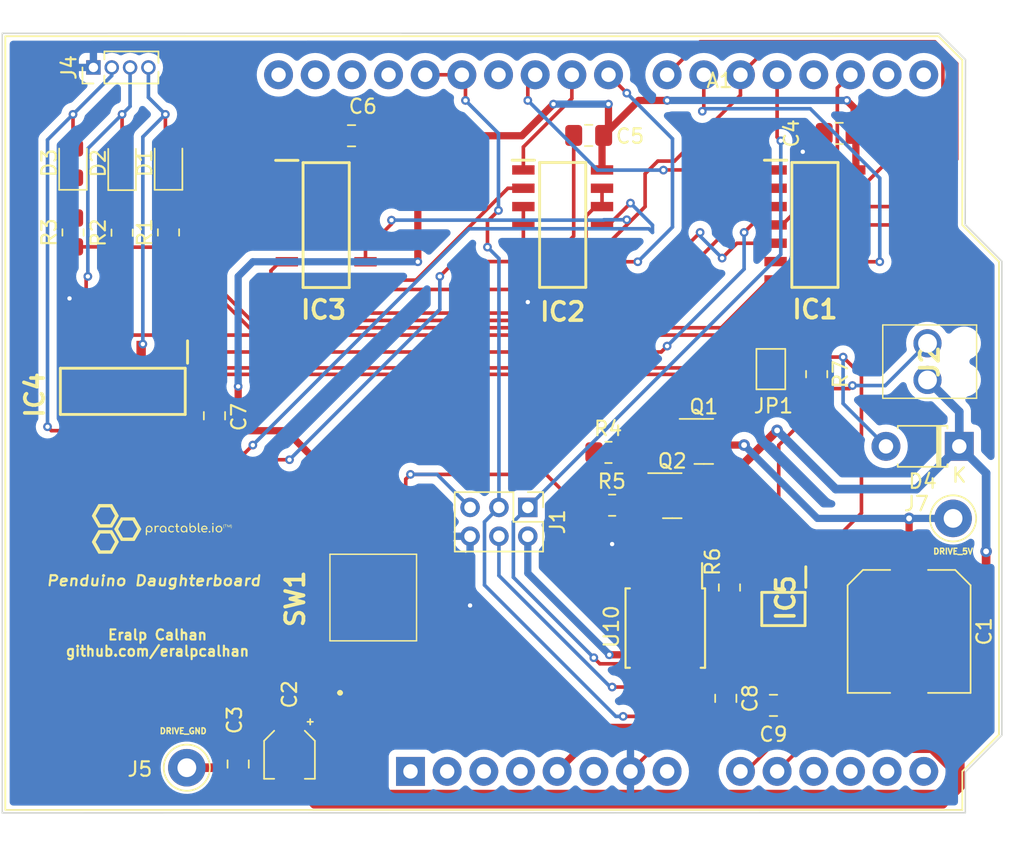
<source format=kicad_pcb>
(kicad_pcb (version 20211014) (generator pcbnew)
  (title_block (title "Driver Daughterboard") (date "2022-06-15") (rev "0"))
  (layers (0 "F.Cu" signal) (31 "B.Cu" signal) (34 "B.Paste" user) (35 "F.Paste" user) (36 "B.SilkS" user "B.Silkscreen") (37 "F.SilkS" user "F.Silkscreen") (38 "B.Mask" user) (39 "F.Mask" user) (44 "Edge.Cuts" user))
  (net 0 "")
  (net 1 "Net-(D1-Pad1)")
  (net 2 "OR_OUT_1")
  (net 3 "Net-(D2-Pad1)")
  (net 4 "OR_OUT_2")
  (net 5 "Net-(D3-Pad1)")
  (net 6 "OR_OUT_3")
  (net 7 "SUP_LED_1")
  (net 8 "INV_1")
  (net 9 "AND_SUP_LED_1")
  (net 10 "SUP_LED_2")
  (net 11 "INV_2")
  (net 12 "AND_SUP_LED_2")
  (net 13 "AND_STU_LED_1")
  (net 14 "STU_LED_1")
  (net 15 "AND_STU_LED_2")
  (net 16 "STU_LED_2")
  (net 17 "SUP_LED_3")
  (net 18 "INV_3")
  (net 19 "Net-(IC2-Pad3)")
  (net 20 "AND_SUP_LED_3")
  (net 21 "Net-(IC2-Pad12)")
  (net 22 "STU_LED_3")
  (net 23 "AND_STU_LED_3")
  (net 30 "Net-(J1-Pad4)")
  (net 31 "Net-(Q1-Pad2)")
  (net 32 "LOAD_MCU")
  (net 51 "Net-(J1-Pad5)")
  (net 52 "DRIVE_MCU")
  (net 53 "STUDENT_ENABLE")
  (net 54 "Net-(Q2-Pad2)")
  (net 55 "D_5V")
  (net 56 "D_GND")
  (net 57 "CURRENT_SENSE_OUT")
  (net 58 "LOAD_INPUT")
  (net 59 "DRIVE_INPUT")
  (net 60 "DRIVE_5V")
  (net 61 "DRIVE_GND")
  (net 62 "Net-(IC5-Pad6)")
  (net 63 "Net-(IC5-Pad3)")
  (net 66 "CURRENT_SIGN_OUT")
  (net 67 "Net-(IC5-Pad1)")
  (footprint "Resistor_SMD:R_0805_2012Metric_Pad1.20x1.40mm_HandSolder" (layer "F.Cu") (at 96 68.58 90)
    (fp_text reference "R3")
    (fp_text value "120")
  )
  (footprint "Package_TO_SOT_SMD:SOT-23" (layer "F.Cu") (at 137.5156 86.8172)
    (fp_text reference "Q2")
    (fp_text value "BC547")
  )
  (footprint "Connector_PinHeader_1.27mm:PinHeader_1x04_P1.27mm_Vertical" (layer "F.Cu") (at 97.414 57.15 90)
    (fp_text reference "J4")
    (fp_text value "Conn_01x04")
  )
  (footprint "ICPINS:SOIC127P600X175-14N" (layer "F.Cu") (at 113.538 68.072)
    (fp_text reference "IC3")
    (fp_text value "NAND (Used as Inverter)" hide)
  )
  (footprint "ICPINS:SOIC127P600X175-14N" (layer "F.Cu") (at 129.925 68.06)
    (fp_text reference "IC2")
    (fp_text value "NAND (Used as AND)" hide)
  )
  (footprint "NetTie:NetTie-2_SMD_Pad0.5mm" (layer "F.Cu") (at 144.78 99.06 90)
    (fp_text reference "NT1" hide)
    (fp_text value "NetTie_2")
  )
  (footprint "Capacitor_SMD:C_0805_2012Metric_Pad1.18x1.45mm_HandSolder" (layer "F.Cu") (at 141.224 100.8595 -90)
    (fp_text reference "C8")
    (fp_text value "100nF")
  )
  (footprint "Package_TO_SOT_SMD:SOT-23" (layer "F.Cu") (at 139.7 83.058)
    (fp_text reference "Q1")
    (fp_text value "BC557")
  )
  (footprint "Resistor_SMD:R_0805_2012Metric_Pad1.20x1.40mm_HandSolder" (layer "F.Cu") (at 99.4 68.6 90)
    (fp_text reference "R2")
    (fp_text value "120")
  )
  (footprint "Capacitor_SMD:C_0805_2012Metric_Pad1.18x1.45mm_HandSolder" (layer "F.Cu") (at 107.442 105.41 -90)
    (fp_text reference "C3")
    (fp_text value "0.1u")
  )
  (footprint "Jumper:SolderJumper-2_P1.3mm_Open_Pad1.0x1.5mm" (layer "F.Cu") (at 144.345739 78.05 -90)
    (fp_text reference "JP1")
    (fp_text value "Shunt Bypass")
  )
  (footprint "Resistor_SMD:R_0805_2012Metric_Pad1.20x1.40mm_HandSolder" (layer "F.Cu") (at 147.520739 78.4 -90)
    (fp_text reference "R7")
    (fp_text value "10R")
  )
  (footprint "Capacitor_SMD:C_0805_2012Metric_Pad1.18x1.45mm_HandSolder" (layer "F.Cu") (at 144.526 101.346)
    (fp_text reference "C9")
    (fp_text value "0.1uF")
  )
  (footprint "Connector_PinHeader_2.00mm:PinHeader_2x03_P2.00mm_Vertical" (layer "F.Cu") (at 127.508 87.63 -90)
    (fp_text reference "J1")
    (fp_text value "AVR-ISP-6")
  )
  (footprint "LED_SMD:LED_0805_2012Metric_Pad1.15x1.40mm_HandSolder" (layer "F.Cu") (at 102.616 63.77 90)
    (fp_text reference "D1")
    (fp_text value "LED")
  )
  (footprint "Capacitor_SMD:CP_Elec_3x5.3" (layer "F.Cu") (at 110.998 104.672 -90)
    (fp_text reference "C2")
    (fp_text value "10u")
  )
  (footprint "LED_SMD:LED_0805_2012Metric_Pad1.15x1.40mm_HandSolder" (layer "F.Cu") (at 96 63.77 90)
    (fp_text reference "D3")
    (fp_text value "LED")
  )
  (footprint "Diode_THT:D_T-1_P5.08mm_Horizontal" (layer "F.Cu") (at 157.4 83.4 180)
    (fp_text reference "D4")
    (fp_text value "1N4002")
  )
  (footprint "Resistor_SMD:R_0805_2012Metric_Pad1.20x1.40mm_HandSolder" (layer "F.Cu") (at 141.478 93.1805 -90)
    (fp_text reference "R6")
    (fp_text value "100k")
  )
  (footprint "LED_SMD:LED_0805_2012Metric_Pad1.15x1.40mm_HandSolder" (layer "F.Cu") (at 99.4 63.79 90)
    (fp_text reference "D2")
    (fp_text value "LED")
  )
  (footprint "000_Graphics_Immo:practactable.io_text_10x4" (layer "F.Cu") (at 102.108 89.154)
    (fp_text reference "G***" hide)
    (fp_text value "LOGO" hide)
  )
  (footprint "Capacitor_SMD:C_0805_2012Metric_Pad1.18x1.45mm_HandSolder" (layer "F.Cu") (at 131.725 61.86 180)
    (fp_text reference "C5")
    (fp_text value "100nF")
  )
  (footprint "Package_SO:SOIC-8W_5.3x5.3mm_P1.27mm" (layer "F.Cu") (at 137.033 95.9905 -90)
    (fp_text reference "U10")
    (fp_text value "ATtiny85-20S")
  )
  (footprint "Audio_Module:Infineon Motor Sheild hiddenPins" (layer "F.Cu") (at 99.695 86.233 90)
    (fp_text reference "A1")
    (fp_text value "Infineon Motor Shield MOD" hide)
  )
  (footprint "Capacitor_SMD:C_0805_2012Metric_Pad1.18x1.45mm_HandSolder" (layer "F.Cu") (at 149.0765 61.722 180)
    (fp_text reference "C4")
    (fp_text value "100nF")
  )
  (footprint "Capacitor_SMD:C_0805_2012Metric_Pad1.18x1.45mm_HandSolder" (layer "F.Cu") (at 105.8 81.28 90)
    (fp_text reference "C7")
    (fp_text value "100nF")
  )
  (footprint "ICPINS:SOIC127P600X175-14N" (layer "F.Cu") (at 99.45 79.5895 -90)
    (fp_text reference "IC4")
    (fp_text value "OR " hide)
  )
  (footprint "Resistor_SMD:R_0805_2012Metric_Pad1.20x1.40mm_HandSolder" (layer "F.Cu") (at 133.35 87.478761 180)
    (fp_text reference "R5")
    (fp_text value "2k2")
  )
  (footprint "Resistor_SMD:R_0805_2012Metric_Pad1.20x1.40mm_HandSolder" (layer "F.Cu") (at 133.096 83.82 180)
    (fp_text reference "R4")
    (fp_text value "2k2")
  )
  (footprint "Connector_Pin:Pin_D1.3mm_L11.0mm" (layer "F.Cu") (at 156.972 88.392 -90)
    (fp_text reference "J7")
    (fp_text value "DRIVE_5V_IN")
  )
  (footprint "Connector_Pin:Pin_D1.3mm_L11.0mm" (layer "F.Cu") (at 103.886 105.664 -90)
    (fp_text reference "J5")
    (fp_text value "DRIVE_GND")
  )
  (footprint "Capacitor_SMD:C_Elec_8x10.2" (layer "F.Cu") (at 153.924 96.222 -90)
    (fp_text reference "C1")
    (fp_text value "470u")
  )
  (footprint "Button_Switch_SMD:13019319" (layer "F.Cu") (at 116.8 94.725 90)
    (fp_text reference "SW1")
    (fp_text value "SW_Push" hide)
  )
  (footprint "Connector_Molex:RSPROPenduinoTerminal" (layer "F.Cu") (at 155.2 78.8 90)
    (fp_text reference "J2")
    (fp_text value "Coil" hide)
  )
  (footprint "Resistor_SMD:R_0805_2012Metric_Pad1.20x1.40mm_HandSolder" (layer "F.Cu") (at 102.616 68.58 90)
    (fp_text reference "R1")
    (fp_text value "120")
  )
  (footprint "Capacitor_SMD:C_0805_2012Metric_Pad1.18x1.45mm_HandSolder" (layer "F.Cu") (at 115.2945 61.882 180)
    (fp_text reference "C6")
    (fp_text value "100nF")
  )
  (footprint "ICPINS:SOIC127P600X175-14N" (layer "F.Cu") (at 147.4 68.06)
    (fp_text reference "IC1")
    (fp_text value "AND GATES" hide)
  )
  (footprint "Sensor_Current:SOP65P490X110-8N" (layer "F.Cu") (at 145.217 94.668 -90)
    (fp_text reference "IC5")
    (fp_text value "MAX9928FAUA+" hide)
  )
  (gr_line (start 156.012 54.796) (end 155.992 54.776) (layer "Edge.Cuts") (width 0.1))
  (gr_line (start 157.822 105.966) (end 160.352 103.416) (layer "Edge.Cuts") (width 0.1))
  (gr_line (start 160.352 103.416) (end 160.352 70.576) (layer "Edge.Cuts") (width 0.1))
  (gr_line (start 160.352 70.576) (end 157.812 68.036) (layer "Edge.Cuts") (width 0.1))
  (gr_line (start 157.812 68.036) (end 157.832 56.606) (layer "Edge.Cuts") (width 0.1))
  (gr_line (start 91.102 108.776) (end 91.102 108.796) (layer "Edge.Cuts") (width 0.1))
  (gr_line (start 91.102 108.796) (end 157.802 108.786) (layer "Edge.Cuts") (width 0.1))
  (gr_line (start 157.802 108.786) (end 157.822 108.786) (layer "Edge.Cuts") (width 0.1))
  (gr_line (start 91.102 54.786) (end 91.102 108.776) (layer "Edge.Cuts") (width 0.1))
  (gr_line (start 157.822 108.786) (end 157.822 105.966) (layer "Edge.Cuts") (width 0.1))
  (gr_line (start 155.992 54.776) (end 91.102 54.786) (layer "Edge.Cuts") (width 0.1))
  (gr_line (start 157.832 56.606) (end 156.012 54.796) (layer "Edge.Cuts") (width 0.1))
  (gr_text "Penduino Daughterboard" (at 101.6 92.71) (layer "F.SilkS") (effects (font (size 0.7 0.8) (thickness 0.15) italic)))
  (gr_text "Eralp Calhan\ngithub.com/eralpcalhan\n" (at 101.854 97.028) (layer "F.SilkS") (effects (font (size 0.7 0.7))))
  (gr_text "DRIVE_GND" (at 103.632 103.124) (layer "F.SilkS") (effects (font (size 0.4 0.4) (thickness 0.1))))
  (gr_text "DRIVE_5V" (at 156.972 90.678) (layer "F.SilkS") (effects (font (size 0.4 0.4) (thickness 0.1))))
  (segment (start 102.616 64.795) (end 102.616 67.58) (width 0.25) (layer "F.Cu") (net 1))
  (segment (start 102.4 60.4) (end 102.4 62.529) (width 0.25) (layer "F.Cu") (net 2))
  (segment (start 100.72 76.4345) (end 100.838 76.3165) (width 0.25) (layer "F.Cu") (net 2))
  (segment (start 102.4 62.529) (end 102.616 62.745) (width 0.25) (layer "F.Cu") (net 2))
  (segment (start 100.72 76.8645) (end 100.72 76.4345) (width 0.25) (layer "F.Cu") (net 2))
  (via (at 100.838 76.3165) (size 0.6) (drill 0.3) (layers "F.Cu" "B.Cu") (net 2))
  (via (at 102.4 60.4) (size 0.6) (drill 0.3) (layers "F.Cu" "B.Cu") (net 2))
  (segment (start 102.4 60.4) (end 100.838 61.962) (width 0.25) (layer "B.Cu") (net 2))
  (segment (start 101.224 57.15) (end 101.224 59.224) (width 0.25) (layer "B.Cu") (net 2))
  (segment (start 100.838 61.962) (end 100.838 76.3165) (width 0.25) (layer "B.Cu") (net 2))
  (segment (start 101.224 59.224) (end 102.4 60.4) (width 0.25) (layer "B.Cu") (net 2))
  (segment (start 99.4 64.815) (end 99.4 67.6) (width 0.25) (layer "F.Cu") (net 3))
  (segment (start 96.91 76.8645) (end 96.91 71.746) (width 0.25) (layer "F.Cu") (net 4))
  (segment (start 96.91 71.746) (end 97.028 71.628) (width 0.25) (layer "F.Cu") (net 4))
  (segment (start 99.4 60.4) (end 99.4 62.765) (width 0.25) (layer "F.Cu") (net 4))
  (via (at 99.4 60.4) (size 0.6) (drill 0.3) (layers "F.Cu" "B.Cu") (net 4))
  (via (at 97.028 71.628) (size 0.6) (drill 0.3) (layers "F.Cu" "B.Cu") (net 4))
  (segment (start 97.028 71.628) (end 97.028 62.772) (width 0.25) (layer "B.Cu") (net 4))
  (segment (start 97.028 62.772) (end 99.4 60.4) (width 0.25) (layer "B.Cu") (net 4))
  (segment (start 99.954 57.15) (end 99.954 59.846) (width 0.25) (layer "B.Cu") (net 4))
  (segment (start 99.954 59.846) (end 99.4 60.4) (width 0.25) (layer "B.Cu") (net 4))
  (segment (start 96 64.795) (end 96 67.58) (width 0.25) (layer "F.Cu") (net 5))
  (segment (start 95.64 82.3145) (end 94.5065 82.3145) (width 0.25) (layer "F.Cu") (net 6))
  (segment (start 96 60.4) (end 96 62.745) (width 0.25) (layer "F.Cu") (net 6))
  (segment (start 94.5065 82.3145) (end 94.234 82.042) (width 0.25) (layer "F.Cu") (net 6))
  (via (at 96 60.4) (size 0.6) (drill 0.3) (layers "F.Cu" "B.Cu") (net 6))
  (via (at 94.234 82.042) (size 0.6) (drill 0.3) (layers "F.Cu" "B.Cu") (net 6))
  (segment (start 94.234 62.166) (end 96 60.4) (width 0.25) (layer "B.Cu") (net 6))
  (segment (start 98.684 57.716) (end 96 60.4) (width 0.25) (layer "B.Cu") (net 6))
  (segment (start 98.684 57.15) (end 98.684 57.716) (width 0.25) (layer "B.Cu") (net 6))
  (segment (start 94.234 82.042) (end 94.234 62.166) (width 0.25) (layer "B.Cu") (net 6))
  (segment (start 144.675 64.25) (end 136.918 64.25) (width 0.25) (layer "F.Cu") (net 7))
  (segment (start 127.508 58.17) (end 128.02 57.658) (width 0.25) (layer "F.Cu") (net 7))
  (segment (start 127.508 59.436) (end 127.508 58.17) (width 0.25) (layer "F.Cu") (net 7))
  (segment (start 136.918 64.25) (end 136.906 64.262) (width 0.25) (layer "F.Cu") (net 7))
  (via (at 136.906 64.262) (size 0.6) (drill 0.3) (layers "F.Cu" "B.Cu") (net 7))
  (via (at 127.508 59.436) (size 0.6) (drill 0.3) (layers "F.Cu" "B.Cu") (net 7))
  (segment (start 132.334 64.262) (end 136.906 64.262) (width 0.25) (layer "B.Cu") (net 7))
  (segment (start 127.508 59.436) (end 132.334 64.262) (width 0.25) (layer "B.Cu") (net 7))
  (segment (start 135.069 74.676) (end 144.225 65.52) (width 0.25) (layer "F.Cu") (net 8))
  (segment (start 104.394 68.58) (end 104.394 70.72231) (width 0.25) (layer "F.Cu") (net 8))
  (segment (start 108.34769 74.676) (end 135.069 74.676) (width 0.25) (layer "F.Cu") (net 8))
  (segment (start 104.394 70.72231) (end 108.34769 74.676) (width 0.25) (layer "F.Cu") (net 8))
  (segment (start 110.813 66.802) (end 106.172 66.802) (width 0.25) (layer "F.Cu") (net 8))
  (segment (start 106.172 66.802) (end 104.394 68.58) (width 0.25) (layer "F.Cu") (net 8))
  (segment (start 144.225 65.52) (end 144.675 65.52) (width 0.25) (layer "F.Cu") (net 8))
  (segment (start 144.675 66.79) (end 144.284 66.79) (width 0.25) (layer "F.Cu") (net 9))
  (segment (start 144.284 66.79) (end 142.494 68.58) (width 0.25) (layer "F.Cu") (net 9))
  (segment (start 136.7495 76.8645) (end 137.16 76.454) (width 0.25) (layer "F.Cu") (net 9))
  (segment (start 103.26 76.8645) (end 136.7495 76.8645) (width 0.25) (layer "F.Cu") (net 9))
  (via (at 137.16 76.454) (size 0.6) (drill 0.3) (layers "F.Cu" "B.Cu") (net 9))
  (via (at 142.494 68.58) (size 0.6) (drill 0.3) (layers "F.Cu" "B.Cu") (net 9))
  (segment (start 142.494 71.12) (end 137.16 76.454) (width 0.25) (layer "B.Cu") (net 9))
  (segment (start 142.494 68.58) (end 142.494 71.12) (width 0.25) (layer "B.Cu") (net 9))
  (segment (start 149.86 57.658) (end 148.9515 58.5665) (width 0.25) (layer "F.Cu") (net 10))
  (segment (start 148.9515 58.5665) (end 148.9515 64.2335) (width 0.25) (layer "F.Cu") (net 10))
  (segment (start 145.125 68.06) (end 144.675 68.06) (width 0.25) (layer "F.Cu") (net 10))
  (segment (start 148.9515 64.2335) (end 145.125 68.06) (width 0.25) (layer "F.Cu") (net 10))
  (segment (start 110.813 70.612) (end 110.333 70.612) (width 0.25) (layer "F.Cu") (net 11))
  (segment (start 111.349 74.168) (end 133.858 74.168) (width 0.25) (layer "F.Cu") (net 11))
  (segment (start 110.333 70.612) (end 109.713 71.232) (width 0.25) (layer "F.Cu") (net 11))
  (segment (start 109.713 71.232) (end 109.713 72.532) (width 0.25) (layer "F.Cu") (net 11))
  (segment (start 109.713 72.532) (end 111.349 74.168) (width 0.25) (layer "F.Cu") (net 11))
  (segment (start 140.97 70.358) (end 141.998 69.33) (width 0.25) (layer "F.Cu") (net 11))
  (segment (start 133.858 74.168) (end 139.446 68.58) (width 0.25) (layer "F.Cu") (net 11))
  (segment (start 141.998 69.33) (end 144.675 69.33) (width 0.25) (layer "F.Cu") (net 11))
  (via (at 139.446 68.58) (size 0.6) (drill 0.3) (layers "F.Cu" "B.Cu") (net 11))
  (via (at 140.97 70.358) (size 0.6) (drill 0.3) (layers "F.Cu" "B.Cu") (net 11))
  (segment (start 139.446 68.58) (end 139.446 68.834) (width 0.25) (layer "B.Cu") (net 11))
  (segment (start 139.446 68.834) (end 140.97 70.358) (width 0.25) (layer "B.Cu") (net 11))
  (segment (start 145.775 72.52) (end 145.775 71.25) (width 0.25) (layer "F.Cu") (net 12))
  (segment (start 145.775 71.25) (end 145.125 70.6) (width 0.25) (layer "F.Cu") (net 12))
  (segment (start 99.45 76.8645) (end 99.45 75.8395) (width 0.25) (layer "F.Cu") (net 12))
  (segment (start 145.125 70.6) (end 144.675 70.6) (width 0.25) (layer "F.Cu") (net 12))
  (segment (start 99.5975 75.692) (end 142.603 75.692) (width 0.25) (layer "F.Cu") (net 12))
  (segment (start 142.603 75.692) (end 145.775 72.52) (width 0.25) (layer "F.Cu") (net 12))
  (segment (start 99.45 75.8395) (end 99.5975 75.692) (width 0.25) (layer "F.Cu") (net 12))
  (segment (start 142.789189 76.141501) (end 142.170809 76.141501) (width 0.25) (layer "F.Cu") (net 13))
  (segment (start 147.06069 71.87) (end 142.789189 76.141501) (width 0.25) (layer "F.Cu") (net 13))
  (segment (start 101.99 77.3145) (end 101.99 76.8645) (width 0.25) (layer "F.Cu") (net 13))
  (segment (start 150.125 71.87) (end 147.06069 71.87) (width 0.25) (layer "F.Cu") (net 13))
  (segment (start 142.170809 76.141501) (end 140.34781 77.9645) (width 0.25) (layer "F.Cu") (net 13))
  (segment (start 140.34781 77.9645) (end 102.64 77.9645) (width 0.25) (layer "F.Cu") (net 13))
  (segment (start 102.64 77.9645) (end 101.99 77.3145) (width 0.25) (layer "F.Cu") (net 13))
  (segment (start 139.597069 60.046931) (end 139.597069 60.1855) (width 0.25) (layer "F.Cu") (net 14))
  (segment (start 139.7 59.944) (end 139.597069 60.046931) (width 0.25) (layer "F.Cu") (net 14))
  (segment (start 139.7 57.658) (end 139.7 59.944) (width 0.25) (layer "F.Cu") (net 14))
  (segment (start 151.892 70.612) (end 150.137 70.612) (width 0.25) (layer "F.Cu") (net 14))
  (segment (start 150.137 70.612) (end 150.125 70.6) (width 0.25) (layer "F.Cu") (net 14))
  (via (at 139.597069 60.1855) (size 0.6) (drill 0.3) (layers "F.Cu" "B.Cu") (net 14))
  (via (at 151.892 70.612) (size 0.6) (drill 0.3) (layers "F.Cu" "B.Cu") (net 14))
  (segment (start 139.772068 60.010501) (end 139.597069 60.1855) (width 0.25) (layer "B.Cu") (net 14))
  (segment (start 147.082033 60.010501) (end 139.772068 60.010501) (width 0.25) (layer "B.Cu") (net 14))
  (segment (start 151.892 64.820468) (end 147.082033 60.010501) (width 0.25) (layer "B.Cu") (net 14))
  (segment (start 151.892 70.612) (end 151.892 64.820468) (width 0.25) (layer "B.Cu") (net 14))
  (segment (start 140.535379 78.414001) (end 142.358378 76.591002) (width 0.25) (layer "F.Cu") (net 15))
  (segment (start 142.358378 76.591002) (end 142.975378 76.591002) (width 0.25) (layer "F.Cu") (net 15))
  (segment (start 156.21 72.136) (end 156.21 69.596) (width 0.25) (layer "F.Cu") (net 15))
  (segment (start 156.21 69.596) (end 154.674 68.06) (width 0.25) (layer "F.Cu") (net 15))
  (segment (start 145.964879 73.601501) (end 154.744499 73.601501) (width 0.25) (layer "F.Cu") (net 15))
  (segment (start 99.279501 78.414001) (end 140.535379 78.414001) (width 0.25) (layer "F.Cu") (net 15))
  (segment (start 154.674 68.06) (end 150.125 68.06) (width 0.25) (layer "F.Cu") (net 15))
  (segment (start 154.744499 73.601501) (end 156.21 72.136) (width 0.25) (layer "F.Cu") (net 15))
  (segment (start 142.975378 76.591002) (end 145.964879 73.601501) (width 0.25) (layer "F.Cu") (net 15))
  (segment (start 98.18 76.8645) (end 98.18 77.3145) (width 0.25) (layer "F.Cu") (net 15))
  (segment (start 98.18 77.3145) (end 99.279501 78.414001) (width 0.25) (layer "F.Cu") (net 15))
  (segment (start 157.226 56.896) (end 157.226 63.5) (width 0.25) (layer "F.Cu") (net 16))
  (segment (start 137.16 57.658) (end 139.446 55.372) (width 0.25) (layer "F.Cu") (net 16))
  (segment (start 157.226 63.5) (end 153.936 66.79) (width 0.25) (layer "F.Cu") (net 16))
  (segment (start 155.702 55.372) (end 157.226 56.896) (width 0.25) (layer "F.Cu") (net 16))
  (segment (start 153.936 66.79) (end 150.125 66.79) (width 0.25) (layer "F.Cu") (net 16))
  (segment (start 139.446 55.372) (end 155.702 55.372) (width 0.25) (layer "F.Cu") (net 16))
  (segment (start 130.56 59.299177) (end 130.56 57.658) (width 0.25) (layer "F.Cu") (net 17))
  (segment (start 127.2 64.25) (end 127.2 62.659177) (width 0.25) (layer "F.Cu") (net 17))
  (segment (start 127.2 62.659177) (end 130.56 59.299177) (width 0.25) (layer "F.Cu") (net 17))
  (segment (start 126.128823 65.52) (end 119.766823 71.882) (width 0.25) (layer "F.Cu") (net 18))
  (segment (start 119.766823 71.882) (end 116.263 71.882) (width 0.25) (layer "F.Cu") (net 18))
  (segment (start 127.2 65.52) (end 126.128823 65.52) (width 0.25) (layer "F.Cu") (net 18))
  (segment (start 127.2 69.33) (end 127.2 68.06) (width 0.25) (layer "F.Cu") (net 19))
  (segment (start 127.2 68.06) (end 127.2 66.79) (width 0.25) (layer "F.Cu") (net 19))
  (segment (start 122.44 70.6) (end 121.412 71.628) (width 0.25) (layer "F.Cu") (net 20))
  (segment (start 127.2 70.6) (end 122.44 70.6) (width 0.25) (layer "F.Cu") (net 20))
  (segment (start 96.91 82.3145) (end 96.91 82.7645) (width 0.25) (layer "F.Cu") (net 20))
  (segment (start 98.4735 84.328) (end 110.998 84.328) (width 0.25) (layer "F.Cu") (net 20))
  (segment (start 96.91 82.7645) (end 98.4735 84.328) (width 0.25) (layer "F.Cu") (net 20))
  (via (at 110.998 84.328) (size 0.6) (drill 0.3) (layers "F.Cu" "B.Cu") (net 20))
  (via (at 121.412 71.628) (size 0.6) (drill 0.3) (layers "F.Cu" "B.Cu") (net 20))
  (segment (start 110.998 84.328) (end 121.412 73.914) (width 0.25) (layer "B.Cu") (net 20))
  (segment (start 121.412 73.914) (end 121.412 71.628) (width 0.25) (layer "B.Cu") (net 20))
  (segment (start 132.2 66.79) (end 131.55 67.44) (width 0.25) (layer "F.Cu") (net 21))
  (segment (start 131.55 67.44) (end 131.55 71.22) (width 0.25) (layer "F.Cu") (net 21))
  (segment (start 131.55 71.22) (end 132.2 71.87) (width 0.25) (layer "F.Cu") (net 21))
  (segment (start 132.2 71.87) (end 132.65 71.87) (width 0.25) (layer "F.Cu") (net 21))
  (segment (start 132.65 65.52) (end 132.65 66.79) (width 0.25) (layer "F.Cu") (net 21))
  (segment (start 132.65 66.79) (end 132.2 66.79) (width 0.25) (layer "F.Cu") (net 21))
  (segment (start 133.1 57.658) (end 133.1 57.662) (width 0.25) (layer "F.Cu") (net 22))
  (segment (start 135.128 70.612) (end 132.662 70.612) (width 0.25) (layer "F.Cu") (net 22))
  (segment (start 133.1 57.662) (end 134.366 58.928) (width 0.25) (layer "F.Cu") (net 22))
  (segment (start 132.662 70.612) (end 132.65 70.6) (width 0.25) (layer "F.Cu") (net 22))
  (via (at 134.366 58.928) (size 0.6) (drill 0.3) (layers "F.Cu" "B.Cu") (net 22))
  (via (at 135.128 70.612) (size 0.6) (drill 0.3) (layers "F.Cu" "B.Cu") (net 22))
  (segment (start 134.366 58.928) (end 137.5305 62.0925) (width 0.25) (layer "B.Cu") (net 22))
  (segment (start 137.5305 62.0925) (end 137.5305 68.2095) (width 0.25) (layer "B.Cu") (net 22))
  (segment (start 137.5305 68.2095) (end 135.128 70.612) (width 0.25) (layer "B.Cu") (net 22))
  (segment (start 107.891501 83.878499) (end 108.458 83.312) (width 0.25) (layer "F.Cu") (net 23))
  (segment (start 134.62 66.548) (end 133.108 68.06) (width 0.25) (layer "F.Cu") (net 23))
  (segment (start 98.18 82.7645) (end 99.293999 83.878499) (width 0.25) (layer "F.Cu") (net 23))
  (segment (start 98.18 82.3145) (end 98.18 82.7645) (width 0.25) (layer "F.Cu") (net 23))
  (segment (start 99.293999 83.878499) (end 107.891501 83.878499) (width 0.25) (layer "F.Cu") (net 23))
  (segment (start 133.108 68.06) (end 132.65 68.06) (width 0.25) (layer "F.Cu") (net 23))
  (via (at 134.62 66.548) (size 0.6) (drill 0.3) (layers "F.Cu" "B.Cu") (net 23))
  (via (at 108.458 83.312) (size 0.6) (drill 0.3) (layers "F.Cu" "B.Cu") (net 23))
  (segment (start 123.444 68.326) (end 108.458 83.312) (width 0.25) (layer "B.Cu") (net 23))
  (segment (start 134.62 66.548) (end 136.144 68.072) (width 0.25) (layer "B.Cu") (net 23))
  (segment (start 136.144 68.58) (end 135.89 68.326) (width 0.25) (layer "B.Cu") (net 23))
  (segment (start 135.89 68.326) (end 123.444 68.326) (width 0.25) (layer "B.Cu") (net 23))
  (segment (start 136.144 68.072) (end 136.144 68.58) (width 0.25) (layer "B.Cu") (net 23))
  (segment (start 134.6925 100.076) (end 135.128 99.6405) (width 0.25) (layer "F.Cu") (net 30))
  (segment (start 133.35 100.076) (end 134.6925 100.076) (width 0.25) (layer "F.Cu") (net 30))
  (via (at 133.35 100.076) (size 0.6) (drill 0.3) (layers "F.Cu" "B.Cu") (net 30))
  (segment (start 133.228823 100.076) (end 133.35 100.076) (width 0.25) (layer "B.Cu") (net 30))
  (segment (start 125.508 89.63) (end 125.508 92.355177) (width 0.25) (layer "B.Cu") (net 30))
  (segment (start 125.508 92.355177) (end 133.228823 100.076) (width 0.25) (layer "B.Cu") (net 30))
  (segment (start 138.7625 84.008) (end 134.284 84.008) (width 0.25) (layer "F.Cu") (net 31))
  (segment (start 134.284 84.008) (end 134.096 83.82) (width 0.25) (layer "F.Cu") (net 31))
  (segment (start 137.018 93.5155) (end 137.668 92.8655) (width 0.25) (layer "F.Cu") (net 32))
  (segment (start 137.668 92.8655) (end 137.668 92.3405) (width 0.25) (layer "F.Cu") (net 32))
  (segment (start 134.478 93.5155) (end 137.018 93.5155) (width 0.25) (layer "F.Cu") (net 32))
  (segment (start 132.35 87.478761) (end 132.35 91.3875) (width 0.25) (layer "F.Cu") (net 32))
  (segment (start 132.35 91.3875) (end 134.478 93.5155) (width 0.25) (layer "F.Cu") (net 32))
  (segment (start 138.938 92.3405) (end 138.938 93.4405) (width 0.25) (layer "F.Cu") (net 51))
  (segment (start 130.81 91.7105) (end 130.81 87.376) (width 0.25) (layer "F.Cu") (net 51))
  (segment (start 138.938 93.4405) (end 138.413 93.9655) (width 0.25) (layer "F.Cu") (net 51))
  (segment (start 133.065 93.9655) (end 130.81 91.7105) (width 0.25) (layer "F.Cu") (net 51))
  (segment (start 119.38 85.344) (end 119.05 85.674) (width 0.25) (layer "F.Cu") (net 51))
  (segment (start 130.81 87.376) (end 128.778 85.344) (width 0.25) (layer "F.Cu") (net 51))
  (segment (start 128.778 85.344) (end 119.38 85.344) (width 0.25) (layer "F.Cu") (net 51))
  (segment (start 119.05 88.875) (end 119.05 98.875) (width 0.25) (layer "F.Cu") (net 51))
  (segment (start 138.413 93.9655) (end 133.065 93.9655) (width 0.25) (layer "F.Cu") (net 51))
  (segment (start 119.05 85.674) (end 119.05 88.875) (width 0.25) (layer "F.Cu") (net 51))
  (segment (start 141.318 92.3405) (end 138.938 92.3405) (width 0.25) (layer "F.Cu") (net 51))
  (segment (start 141.478 92.1805) (end 141.318 92.3405) (width 0.25) (layer "F.Cu") (net 51))
  (via (at 119.38 85.344) (size 0.6) (drill 0.3) (layers "F.Cu" "B.Cu") (net 51))
  (segment (start 121.222 85.344) (end 119.38 85.344) (width 0.25) (layer "B.Cu") (net 51))
  (segment (start 123.508 87.63) (end 121.222 85.344) (width 0.25) (layer "B.Cu") (net 51))
  (segment (start 132.096 83.82) (end 133.275 84.999) (width 0.25) (layer "F.Cu") (net 52))
  (segment (start 133.275 88.6625) (end 136.398 91.7855) (width 0.25) (layer "F.Cu") (net 52))
  (segment (start 136.398 91.7855) (end 136.398 92.3405) (width 0.25) (layer "F.Cu") (net 52))
  (segment (start 133.275 84.999) (end 133.275 88.6625) (width 0.25) (layer "F.Cu") (net 52))
  (segment (start 111.913 67.422) (end 111.263 68.072) (width 0.25) (layer "F.Cu") (net 53))
  (segment (start 156.268499 56.574189) (end 155.57431 55.88) (width 0.25) (layer "F.Cu") (net 53))
  (segment (start 134.366 68.064) (end 134.366 67.7015) (width 0.25) (layer "F.Cu") (net 53))
  (segment (start 144.018 55.88) (end 142.24 57.658) (width 0.25) (layer "F.Cu") (net 53))
  (segment (start 150.125 65.52) (end 149.675 65.52) (width 0.25) (layer "F.Cu") (net 53))
  (segment (start 110.813 68.072) (end 110.813 69.342) (width 0.25) (layer "F.Cu") (net 53))
  (segment (start 137.674713 63.6375) (end 142.24 59.072213) (width 0.25) (layer "F.Cu") (net 53))
  (segment (start 133.1 69.33) (end 134.366 68.064) (width 0.25) (layer "F.Cu") (net 53))
  (segment (start 133.1 69.33) (end 135.636 66.794) (width 0.25) (layer "F.Cu") (net 53))
  (segment (start 142.24 59.072213) (end 142.24 57.658) (width 0.25) (layer "F.Cu") (net 53))
  (segment (start 149.025 66.17) (end 149.025 68.761) (width 0.25) (layer "F.Cu") (net 53))
  (segment (start 149.025 68.761) (end 149.594 69.33) (width 0.25) (layer "F.Cu") (net 53))
  (segment (start 132.65 69.33) (end 133.1 69.33) (width 0.25) (layer "F.Cu") (net 53))
  (segment (start 116.263 69.342) (end 116.263 70.612) (width 0.25) (layer "F.Cu") (net 53))
  (segment (start 116.263 69.342) (end 116.713 69.342) (width 0.25) (layer "F.Cu") (net 53))
  (segment (start 111.913 66.182) (end 111.913 67.422) (width 0.25) (layer "F.Cu") (net 53))
  (segment (start 111.263 68.072) (end 110.813 68.072) (width 0.25) (layer "F.Cu") (net 53))
  (segment (start 136.5145 63.6375) (end 137.674713 63.6375) (width 0.25) (layer "F.Cu") (net 53))
  (segment (start 111.263 65.532) (end 111.913 66.182) (width 0.25) (layer "F.Cu") (net 53))
  (segment (start 110.813 69.342) (end 116.263 69.342) (width 0.25) (layer "F.Cu") (net 53))
  (segment (start 150.575 65.52) (end 156.268499 59.826501) (width 0.25) (layer "F.Cu") (net 53))
  (segment (start 118.064772 67.990228) (end 118.064772 67.728817) (width 0.25) (layer "F.Cu") (net 53))
  (segment (start 156.268499 59.826501) (end 156.268499 56.574189) (width 0.25) (layer "F.Cu") (net 53))
  (segment (start 135.636 66.794) (end 135.636 64.516) (width 0.25) (layer "F.Cu") (net 53))
  (segment (start 149.675 65.52) (end 149.025 66.17) (width 0.25) (layer "F.Cu") (net 53))
  (segment (start 150.125 65.52) (end 150.575 65.52) (width 0.25) (layer "F.Cu") (net 53))
  (segment (start 116.713 69.342) (end 118.064772 67.990228) (width 0.25) (layer "F.Cu") (net 53))
  (segment (start 149.594 69.33) (end 150.125 69.33) (width 0.25) (layer "F.Cu") (net 53))
  (segment (start 110.813 64.262) (end 110.813 65.532) (width 0.25) (layer "F.Cu") (net 53))
  (segment (start 155.57431 55.88) (end 144.018 55.88) (width 0.25) (layer "F.Cu") (net 53))
  (segment (start 110.813 65.532) (end 111.263 65.532) (width 0.25) (layer "F.Cu") (net 53))
  (segment (start 135.636 64.516) (end 136.5145 63.6375) (width 0.25) (layer "F.Cu") (net 53))
  (via (at 134.366 67.7015) (size 0.6) (drill 0.3) (layers "F.Cu" "B.Cu") (net 53))
  (via (at 118.064772 67.728817) (size 0.6) (drill 0.3) (layers "F.Cu" "B.Cu") (net 53))
  (segment (start 132.780134 67.7015) (end 134.366 67.7015) (width 0.25) (layer "B.Cu") (net 53))
  (segment (start 132.752817 67.728817) (end 132.780134 67.7015) (width 0.25) (layer "B.Cu") (net 53))
  (segment (start 118.064772 67.728817) (end 132.752817 67.728817) (width 0.25) (layer "B.Cu") (net 53))
  (segment (start 134.638439 87.7672) (end 134.35 87.478761) (width 0.25) (layer "F.Cu") (net 54))
  (segment (start 136.5781 87.7672) (end 134.638439 87.7672) (width 0.25) (layer "F.Cu") (net 54))
  (segment (start 129.54 105.918) (end 132.588 102.87) (width 0.5) (layer "F.Cu") (net 55))
  (segment (start 117.538 64.262) (end 119.888 66.612) (width 0.5) (layer "F.Cu") (net 55))
  (segment (start 116.332 61.882) (end 127.094 61.882) (width 0.5) (layer "F.Cu") (net 55))
  (segment (start 132.588 102.87) (end 136.5135 102.87) (width 0.5) (layer "F.Cu") (net 55))
  (segment (start 116.332 61.882) (end 116.332 64.193) (width 0.5) (layer "F.Cu") (net 55))
  (segment (start 141.478 99.568) (end 141.224 99.822) (width 0.5) (layer "F.Cu") (net 55))
  (segment (start 116.263 64.262) (end 117.538 64.262) (width 0.5) (layer "F.Cu") (net 55))
  (segment (start 133.096 59.69) (end 133.096 61.5265) (width 0.5) (layer "F.Cu") (net 55))
  (segment (start 105.8 82.3175) (end 107.442 80.6755) (width 0.5) (layer "F.Cu") (net 55))
  (segment (start 141.478 94.1805) (end 141.478 99.568) (width 0.5) (layer "F.Cu") (net 55))
  (segment (start 133.096 61.5265) (end 132.7625 61.86) (width 0.5) (layer "F.Cu") (net 55))
  (segment (start 150.114 59.944) (end 149.606 59.436) (width 0.5) (layer "F.Cu") (net 55))
  (segment (start 107.442 80.6755) (end 107.442 79.248) (width 0.5) (layer "F.Cu") (net 55))
  (segment (start 113.03 100.005) (end 115.895 102.87) (width 0.5) (layer "F.Cu") (net 55))
  (segment (start 143.4885 101.346) (end 142.748 101.346) (width 0.5) (layer "F.Cu") (net 55))
  (segment (start 119.888 66.612) (end 119.888 70.612) (width 0.5) (layer "F.Cu") (net 55))
  (segment (start 116.332 64.193) (end 116.263 64.262) (width 0.5) (layer "F.Cu") (net 55))
  (segment (start 138.938 100.4455) (end 138.938 99.6405) (width 0.5) (layer "F.Cu") (net 55))
  (segment (start 138.4885 97.841) (end 133.152098 97.841) (width 0.5) (layer "F.Cu") (net 55))
  (segment (start 144.78 99.56) (end 144.78 100.0545) (width 0.5) (layer "F.Cu") (net 55))
  (segment (start 127.094 61.882) (end 129.286 59.69) (width 0.5) (layer "F.Cu") (net 55))
  (segment (start 135.1865 59.436) (end 137.16 59.436) (width 0.5) (layer "F.Cu") (net 55))
  (segment (start 132.65 64.25) (end 132.65 61.9725) (width 0.5) (layer "F.Cu") (net 55))
  (segment (start 110.7655 82.3175) (end 113.03 84.582) (width 0.5) (layer "F.Cu") (net 55))
  (segment (start 136.5135 102.87) (end 138.938 100.4455) (width 0.5) (layer "F.Cu") (net 55))
  (segment (start 132.65 61.9725) (end 132.7625 61.86) (width 0.5) (layer "F.Cu") (net 55))
  (segment (start 142.748 101.346) (end 141.224 99.822) (width 0.5) (layer "F.Cu") (net 55))
  (segment (start 103.263 82.3175) (end 103.26 82.3145) (width 0.5) (layer "F.Cu") (net 55))
  (segment (start 105.8 82.3175) (end 103.263 82.3175) (width 0.5) (layer "F.Cu") (net 55))
  (segment (start 150.2375 61.8455) (end 150.114 61.722) (width 0.5) (layer "F.Cu") (net 55))
  (segment (start 105.8 82.3175) (end 110.7655 82.3175) (width 0.5) (layer "F.Cu") (net 55))
  (segment (start 150.114 61.722) (end 150.114 59.944) (width 0.5) (layer "F.Cu") (net 55))
  (segment (start 144.78 100.0545) (end 143.4885 101.346) (width 0.5) (layer "F.Cu") (net 55))
  (segment (start 138.938 99.6405) (end 141.0425 99.6405) (width 0.5) (layer "F.Cu") (net 55))
  (segment (start 141.0425 99.6405) (end 141.224 99.822) (width 0.5) (layer "F.Cu") (net 55))
  (segment (start 113.03 84.582) (end 113.03 100.005) (width 0.5) (layer "F.Cu") (net 55))
  (segment (start 132.7625 61.86) (end 135.1865 59.436) (width 0.5) (layer "F.Cu") (net 55))
  (segment (start 115.895 102.87) (end 132.588 102.87) (width 0.5) (layer "F.Cu") (net 55))
  (segment (start 138.938 99.6405) (end 138.938 98.2905) (width 0.5) (layer "F.Cu") (net 55))
  (segment (start 138.938 98.2905) (end 138.4885 97.841) (width 0.5) (layer "F.Cu") (net 55))
  (segment (start 150.2375 64.1375) (end 150.2375 61.8455) (width 0.5) (layer "F.Cu") (net 55))
  (segment (start 150.125 64.25) (end 150.2375 64.1375) (width 0.5) (layer "F.Cu") (net 55))
  (via (at 129.286 59.69) (size 0.6) (drill 0.3) (layers "F.Cu" "B.Cu") (net 55))
  (via (at 137.16 59.436) (size 0.6) (drill 0.3) (layers "F.Cu" "B.Cu") (net 55))
  (via (at 149.606 59.436) (size 0.6) (drill 0.3) (layers "F.Cu" "B.Cu") (net 55))
  (via (at 119.888 70.612) (size 0.6) (drill 0.3) (layers "F.Cu" "B.Cu") (net 55))
  (via (at 133.152098 97.841) (size 0.6) (drill 0.3) (layers "F.Cu" "B.Cu") (net 55))
  (via (at 133.096 59.69) (size 0.6) (drill 0.3) (layers "F.Cu" "B.Cu") (net 55))
  (via (at 107.442 79.248) (size 0.6) (drill 0.3) (layers "F.Cu" "B.Cu") (net 55))
  (segment (start 119.888 70.612) (end 108.458 70.612) (width 0.5) (layer "B.Cu") (net 55))
  (segment (start 107.442 71.628) (end 107.442 79.248) (width 0.5) (layer "B.Cu") (net 55))
  (segment (start 108.458 70.612) (end 107.442 71.628) (width 0.5) (layer "B.Cu") (net 55))
  (segment (start 129.286 59.69) (end 133.096 59.69) (width 0.5) (layer "B.Cu") (net 55))
  (segment (start 137.16 59.436) (end 149.606 59.436) (width 0.5) (layer "B.Cu") (net 55))
  (segment (start 127.508 89.63) (end 127.508 92.186) (width 0.5) (layer "B.Cu") (net 55))
  (segment (start 133.152098 97.830098) (end 133.152098 97.841) (width 0.5) (layer "B.Cu") (net 55))
  (segment (start 127.508 92.186) (end 133.152098 97.830098) (width 0.5) (layer "B.Cu") (net 55))
  (segment (start 135.128 91.948) (end 133.35 90.17) (width 0.25) (layer "F.Cu") (net 56))
  (segment (start 110.314 61.882) (end 102.616 69.58) (width 0.25) (layer "F.Cu") (net 56))
  (segment (start 95.64 76.8645) (end 95.64 73.27) (width 0.25) (layer "F.Cu") (net 56))
  (segment (start 130.6875 61.86) (end 130.6875 68.8325) (width 0.25) (layer "F.Cu") (net 56))
  (segment (start 114.257 61.882) (end 110.314 61.882) (width 0.25) (layer "F.Cu") (net 56))
  (segment (start 115.925 100.25) (end 120.075 100.25) (width 0.25) (layer "F.Cu") (net 56))
  (segment (start 108.22 75.184) (end 102.616 69.58) (width 0.25) (layer "F.Cu") (net 56))
  (segment (start 111.463 72.532) (end 126.538 72.532) (width 0.25) (layer "F.Cu") (net 56))
  (segment (start 96 69.58) (end 95.758 69.822) (width 0.25) (layer "F.Cu") (net 56))
  (segment (start 148.039 61.722) (end 147.828 61.722) (width 0.25) (layer "F.Cu") (net 56))
  (segment (start 144.225 71.87) (end 140.911 75.184) (width 0.25) (layer "F.Cu") (net 56))
  (segment (start 127.2 71.87) (end 127.2 73.098) (width 0.25) (layer "F.Cu") (net 56))
  (segment (start 127.2 73.098) (end 127.508 73.406) (width 0.25) (layer "F.Cu") (net 56))
  (segment (start 105.8 80.2425) (end 98.568 80.2425) (width 0.25) (layer "F.Cu") (net 56))
  (segment (start 140.911 75.184) (end 108.22 75.184) (width 0.25) (layer "F.Cu") (net 56))
  (segment (start 147.828 61.722) (end 146.558 62.992) (width 0.25) (layer "F.Cu") (net 56))
  (segment (start 95.758 69.822) (end 95.758 73.152) (width 0.25) (layer "F.Cu") (net 56))
  (segment (start 127.65 71.87) (end 127.2 71.87) (width 0.25) (layer "F.Cu") (net 56))
  (segment (start 135.128 92.3405) (end 135.128 91.948) (width 0.25) (layer "F.Cu") (net 56))
  (segment (start 98.568 80.2425) (end 95.64 77.3145) (width 0.25) (layer "F.Cu") (net 56))
  (segment (start 144.5135 102.396) (end 141.723 102.396) (width 0.25) (layer "F.Cu") (net 56))
  (segment (start 141.723 102.396) (end 141.224 101.897) (width 0.25) (layer "F.Cu") (net 56))
  (segment (start 144.675 71.87) (end 144.225 71.87) (width 0.25) (layer "F.Cu") (net 56))
  (segment (start 96 69.58) (end 99.38 69.58) (width 0.25) (layer "F.Cu") (net 56))
  (segment (start 138.641 101.897) (end 141.224 101.897) (width 0.25) (layer "F.Cu") (net 56))
  (segment (start 114.55 88.875) (end 114.55 98.875) (width 0.25) (layer "F.Cu") (net 56))
  (segment (start 145.542 101.3245) (end 145.5635 101.346) (width 0.25) (layer "F.Cu") (net 56))
  (segment (start 95.64 77.3145) (end 95.64 76.8645) (width 0.25) (layer "F.Cu") (net 56))
  (segment (start 95.64 73.27) (end 95.758 73.152) (width 0.25) (layer "F.Cu") (net 56))
  (segment (start 99.38 69.58) (end 99.4 69.6) (width 0.25) (layer "F.Cu") (net 56))
  (segment (start 145.5635 101.346) (end 144.5135 102.396) (width 0.25) (layer "F.Cu") (net 56))
  (segment (start 123.508 96.817) (end 123.508 94.424) (width 0.25) (layer "F.Cu") (net 56))
  (segment (start 114.55 98.875) (end 115.925 100.25) (width 0.25) (layer "F.Cu") (net 56))
  (segment (start 102.596 69.6) (end 102.616 69.58) (width 0.25) (layer "F.Cu") (net 56))
  (segment (start 110.813 71.882) (end 111.463 72.532) (width 0.25) (layer "F.Cu") (net 56))
  (segment (start 130.6875 68.8325) (end 127.65 71.87) (width 0.25) (layer "F.Cu") (net 56))
  (segment (start 120.075 100.25) (end 123.508 96.817) (width 0.25) (layer "F.Cu") (net 56))
  (segment (start 99.4 69.6) (end 102.596 69.6) (width 0.25) (layer "F.Cu") (net 56))
  (segment (start 134.62 105.918) (end 138.641 101.897) (width 0.25) (layer "F.Cu") (net 56))
  (segment (start 145.542 96.88) (end 145.542 101.3245) (width 0.25) (layer "F.Cu") (net 56))
  (segment (start 126.538 72.532) (end 127.2 71.87) (width 0.25) (layer "F.Cu") (net 56))
  (via (at 123.508 94.424) (size 0.6) (drill 0.3) (layers "F.Cu" "B.Cu") (net 56))
  (via (at 95.758 73.152) (size 0.6) (drill 0.3) (layers "F.Cu" "B.Cu") (net 56))
  (via (at 127.508 73.406) (size 0.6) (drill 0.3) (layers "F.Cu" "B.Cu") (net 56))
  (via (at 133.35 90.17) (size 0.6) (drill 0.3) (layers "F.Cu" "B.Cu") (net 56))
  (via (at 146.558 62.992) (size 0.6) (drill 0.3) (layers "F.Cu" "B.Cu") (net 56))
  (segment (start 123.508 94.424) (end 123.508 94.552) (width 0.25) (layer "B.Cu") (net 56))
  (segment (start 123.508 89.63) (end 123.508 94.424) (width 0.25) (layer "B.Cu") (net 56))
  (segment (start 142.617173 105.918) (end 142.24 105.918) (width 0.25) (layer "F.Cu") (net 57))
  (segment (start 146.476 97.164) (end 146.476 102.059173) (width 0.25) (layer "F.Cu") (net 57))
  (segment (start 146.476 102.059173) (end 142.617173 105.918) (width 0.25) (layer "F.Cu") (net 57))
  (segment (start 146.192 96.88) (end 146.476 97.164) (width 0.25) (layer "F.Cu") (net 57))
  (segment (start 144.78 57.658) (end 144.78 61.976) (width 0.25) (layer "F.Cu") (net 58))
  (segment (start 135.748 98.4655) (end 136.398 99.1155) (width 0.25) (layer "F.Cu") (net 58))
  (segment (start 132.5015 98.4655) (end 135.748 98.4655) (width 0.25) (layer "F.Cu") (net 58))
  (segment (start 132.08 98.044) (end 132.5015 98.4655) (width 0.25) (layer "F.Cu") (net 58))
  (segment (start 136.398 99.1155) (end 136.398 99.6405) (width 0.25) (layer "F.Cu") (net 58))
  (segment (start 144.78 61.976) (end 145.034 62.23) (width 0.25) (layer "F.Cu") (net 58))
  (via (at 145.034 62.23) (size 0.6) (drill 0.3) (layers "F.Cu" "B.Cu") (net 58))
  (via (at 132.08 98.044) (size 0.6) (drill 0.3) (layers "F.Cu" "B.Cu") (net 58))
  (segment (start 127.508 87.63) (end 126.508 88.63) (width 0.25) (layer "B.Cu") (net 58))
  (segment (start 126.508 88.63) (end 126.508 92.472) (width 0.25) (layer "B.Cu") (net 58))
  (segment (start 145.034 70.104) (end 127.508 87.63) (width 0.25) (layer "B.Cu") (net 58))
  (segment (start 126.508 92.472) (end 132.08 98.044) (width 0.25) (layer "B.Cu") (net 58))
  (segment (start 145.034 62.23) (end 145.034 70.104) (width 0.25) (layer "B.Cu") (net 58))
  (segment (start 135.7255 102.108) (end 137.668 100.1655) (width 0.25) (layer "F.Cu") (net 59))
  (segment (start 137.668 100.1655) (end 137.668 99.6405) (width 0.25) (layer "F.Cu") (net 59))
  (segment (start 124.714 67.818) (end 125.476 67.056) (width 0.25) (layer "F.Cu") (net 59))
  (segment (start 123.19 57.908) (end 122.94 57.658) (width 0.25) (layer "F.Cu") (net 59))
  (segment (start 123.19 59.436) (end 123.19 57.908) (width 0.25) (layer "F.Cu") (net 59))
  (segment (start 124.714 69.596) (end 124.714 67.818) (width 0.25) (layer "F.Cu") (net 59))
  (segment (start 122.94 57.658) (end 120.4 57.658) (width 0.25) (layer "F.Cu") (net 59))
  (segment (start 134.112 102.108) (end 135.7255 102.108) (width 0.25) (layer "F.Cu") (net 59))
  (via (at 125.476 67.056) (size 0.6) (drill 0.3) (layers "F.Cu" "B.Cu") (net 59))
  (via (at 134.112 102.108) (size 0.6) (drill 0.3) (layers "F.Cu" "B.Cu") (net 59))
  (via (at 123.19 59.436) (size 0.6) (drill 0.3) (layers "F.Cu" "B.Cu") (net 59))
  (via (at 124.714 69.596) (size 0.6) (drill 0.3) (layers "F.Cu" "B.Cu") (net 59))
  (segment (start 125.508 87.63) (end 124.508 88.63) (width 0.25) (layer "B.Cu") (net 59))
  (segment (start 125.476 61.722) (end 123.19 59.436) (width 0.25) (layer "B.Cu") (net 59))
  (segment (start 125.508 70.39) (end 124.714 69.596) (width 0.25) (layer "B.Cu") (net 59))
  (segment (start 125.508 87.63) (end 125.508 70.39) (width 0.25) (layer "B.Cu") (net 59))
  (segment (start 133.604 102.108) (end 134.112 102.108) (width 0.25) (layer "B.Cu") (net 59))
  (segment (start 124.508 88.63) (end 124.508 93.012) (width 0.25) (layer "B.Cu") (net 59))
  (segment (start 124.508 93.012) (end 133.604 102.108) (width 0.25) (layer "B.Cu") (net 59))
  (segment (start 125.476 67.056) (end 125.476 61.722) (width 0.25) (layer "B.Cu") (net 59))
  (segment (start 152.424 103.148) (end 152.424 94.122) (width 0.5) (layer "F.Cu") (net 60))
  (segment (start 156.718 106.68) (end 156.718 105.64539) (width 0.5) (layer "F.Cu") (net 60))
  (segment (start 155.956 107.442) (end 156.718 106.68) (width 0.5) (layer "F.Cu") (net 60))
  (segment (start 140.6375 83.058) (end 140.890457 83.310957) (width 0.5) (layer "F.Cu") (net 60))
  (segment (start 115.268 107.442) (end 155.956 107.442) (width 0.5) (layer "F.Cu") (net 60))
  (segment (start 155.46661 104.394) (end 153.67 104.394) (width 0.5) (layer "F.Cu") (net 60))
  (segment (start 109.7975 104.3725) (end 110.998 103.172) (width 0.5) (layer "F.Cu") (net 60))
  (segment (start 140.890457 83.310957) (end 142.492957 83.310957) (width 0.5) (layer "F.Cu") (net 60))
  (segment (start 152.424 94.122) (end 153.924 92.622) (width 0.5) (layer "F.Cu") (net 60))
  (segment (start 107.442 104.3725) (end 109.7975 104.3725) (width 0.5) (layer "F.Cu") (net 60))
  (segment (start 110.998 103.172) (end 115.268 107.442) (width 0.5) (layer "F.Cu") (net 60))
  (segment (start 153.924 92.622) (end 153.924 88.392) (width 0.5) (layer "F.Cu") (net 60))
  (segment (start 156.718 105.64539) (end 155.46661 104.394) (width 0.5) (layer "F.Cu") (net 60))
  (segment (start 153.67 104.394) (end 152.424 103.148) (width 0.5) (layer "F.Cu") (net 60))
  (via (at 153.924 88.392) (size 0.8) (drill 0.4) (layers "F.Cu" "B.Cu") (net 60))
  (via (at 142.492957 83.310957) (size 0.8) (drill 0.4) (layers "F.Cu" "B.Cu") (net 60))
  (segment (start 147.574 88.392) (end 142.492957 83.310957) (width 0.5) (layer "B.Cu") (net 60))
  (segment (start 156.972 88.392) (end 153.924 88.392) (width 0.5) (layer "B.Cu") (net 60))
  (segment (start 153.924 88.392) (end 147.574 88.392) (width 0.5) (layer "B.Cu") (net 60))
  (segment (start 153.924 99.822) (end 158.772 94.974) (width 0.6) (layer "F.Cu") (net 61))
  (segment (start 157.4675 106.990454) (end 156.266453 108.191501) (width 0.6) (layer "F.Cu") (net 61))
  (segment (start 110.7225 106.4475) (end 110.998 106.172) (width 0.6) (layer "F.Cu") (net 61))
  (segment (start 153.924 99.822) (end 157.4675 103.3655) (width 0.6) (layer "F.Cu") (net 61))
  (segment (start 110.998 106.472) (end 110.998 106.172) (width 0.6) (layer "F.Cu") (net 61))
  (segment (start 112.7175 108.1915) (end 110.998 106.472) (width 0.6) (layer "F.Cu") (net 61))
  (segment (start 158.772 94.974) (end 159.258 94.488) (width 0.6) (layer "F.Cu") (net 61))
  (segment (start 156.266453 108.191501) (end 112.7175 108.1915) (width 0.6) (layer "F.Cu") (net 61))
  (segment (start 107.442 106.4475) (end 110.7225 106.4475) (width 0.6) (layer "F.Cu") (net 61))
  (segment (start 138.4531 86.8172) (end 140.2588 86.8172) (width 0.6) (layer "F.Cu") (net 61))
  (segment (start 157.4675 103.3655) (end 157.4675 106.990454) (width 0.6) (layer "F.Cu") (net 61))
  (segment (start 103.886 105.664) (end 106.6585 105.664) (width 0.6) (layer "F.Cu") (net 61))
  (segment (start 159.258 94.488) (end 159.258 90.678) (width 0.6) (layer "F.Cu") (net 61))
  (segment (start 140.2588 86.8172) (end 144.78 82.296) (width 0.6) (layer "F.Cu") (net 61))
  (segment (start 106.6585 105.664) (end 107.442 106.4475) (width 0.6) (layer "F.Cu") (net 61))
  (via (at 144.78 82.296) (size 0.8) (drill 0.4) (layers "F.Cu" "B.Cu") (net 61))
  (via (at 159.258 90.678) (size 0.8) (drill 0.4) (layers "F.Cu" "B.Cu") (net 61))
  (segment (start 159.258 90.678) (end 159.258 85.258) (width 0.6) (layer "B.Cu") (net 61))
  (segment (start 148.844 86.36) (end 154.44 86.36) (width 0.6) (layer "B.Cu") (net 61))
  (segment (start 154.44 86.36) (end 157.4 83.4) (width 0.6) (layer "B.Cu") (net 61))
  (segment (start 159.258 85.258) (end 157.4 83.4) (width 0.6) (layer "B.Cu") (net 61))
  (segment (start 157.4 83.4) (end 157.4 81) (width 0.6) (layer "B.Cu") (net 61))
  (segment (start 144.78 82.296) (end 148.844 86.36) (width 0.6) (layer "B.Cu") (net 61))
  (segment (start 157.4 81) (end 155.2 78.8) (width 0.6) (layer "B.Cu") (net 61))
  (segment (start 144.892 98.448) (end 144.78 98.56) (width 0.25) (layer "F.Cu") (net 62))
  (segment (start 144.892 96.88) (end 144.892 98.448) (width 0.25) (layer "F.Cu") (net 62))
  (segment (start 144.345739 78.7) (end 146.820739 78.7) (width 0.25) (layer "F.Cu") (net 63))
  (segment (start 147.520739 79.4) (end 149.785411 79.4) (width 0.25) (layer "F.Cu") (net 63))
  (segment (start 146.820739 78.7) (end 147.520739 79.4) (width 0.25) (layer "F.Cu") (net 63))
  (segment (start 147.520739 80.692439) (end 144.892 83.321178) (width 0.25) (layer "F.Cu") (net 63))
  (segment (start 149.785411 79.4) (end 149.998 79.187411) (width 0.25) (layer "F.Cu") (net 63))
  (segment (start 144.892 83.321178) (end 144.892 92.456) (width 0.25) (layer "F.Cu") (net 63))
  (segment (start 147.520739 79.4) (end 147.520739 80.692439) (width 0.25) (layer "F.Cu") (net 63))
  (via (at 149.998 79.187411) (size 0.6) (drill 0.3) (layers "F.Cu" "B.Cu") (net 63))
  (segment (start 155.2 76.26) (end 152.272589 79.187411) (width 0.25) (layer "B.Cu") (net 63))
  (segment (start 152.272589 79.187411) (end 149.998 79.187411) (width 0.25) (layer "B.Cu") (net 63))
  (segment (start 146.925501 94.802001) (end 145.542 93.4185) (width 0.25) (layer "F.Cu") (net 66))
  (segment (start 144.78 105.918) (end 146.925501 103.772499) (width 0.25) (layer "F.Cu") (net 66))
  (segment (start 145.542 93.4185) (end 145.542 92.456) (width 0.25) (layer "F.Cu") (net 66))
  (segment (start 146.925501 103.772499) (end 146.925501 94.802001) (width 0.25) (layer "F.Cu") (net 66))
  (segment (start 150.6225 78.4865) (end 149.352 77.216) (width 0.25) (layer "F.Cu") (net 67))
  (segment (start 149.352 77.216) (end 147.704739 77.216) (width 0.25) (layer "F.Cu") (net 67))
  (segment (start 139.825 83.661249) (end 139.825 84.354751) (width 0.25) (layer "F.Cu") (net 67))
  (segment (start 143.345739 77.4) (end 138.7625 81.983239) (width 0.25) (layer "F.Cu") (net 67))
  (segment (start 147.704739 77.216) (end 147.520739 77.4) (width 0.25) (layer "F.Cu") (net 67))
  (segment (start 138.7625 81.983239) (end 138.7625 82.108) (width 0.25) (layer "F.Cu") (net 67))
  (segment (start 150.6225 88.0255) (end 150.6225 78.4865) (width 0.25) (layer "F.Cu") (net 67))
  (segment (start 146.192 92.456) (end 150.6225 88.0255) (width 0.25) (layer "F.Cu") (net 67))
  (segment (start 139.825 84.354751) (end 138.312551 85.8672) (width 0.25) (layer "F.Cu") (net 67))
  (segment (start 138.7625 82.598749) (end 139.825 83.661249) (width 0.25) (layer "F.Cu") (net 67))
  (segment (start 147.520739 77.4) (end 144.345739 77.4) (width 0.25) (layer "F.Cu") (net 67))
  (segment (start 138.312551 85.8672) (end 136.5781 85.8672) (width 0.25) (layer "F.Cu") (net 67))
  (segment (start 144.345739 77.4) (end 143.345739 77.4) (width 0.25) (layer "F.Cu") (net 67))
  (segment (start 138.7625 82.108) (end 138.7625 82.598749) (width 0.25) (layer "F.Cu") (net 67))
  (via (at 149.352 77.216) (size 0.6) (drill 0.3) (layers "F.Cu" "B.Cu") (net 67))
  (segment (start 152.32 83.4) (end 149.352 80.432) (width 0.25) (layer "B.Cu") (net 67))
  (segment (start 149.352 80.432) (end 149.352 77.216) (width 0.25) (layer "B.Cu") (net 67))
  (zone (net 56) (net_name "D_GND") (layer "B.Cu") (name "Digital_Ground") (connect_pads (clearance 0.508)) (min_thickness 0.5) (fill yes (thermal_gap 0.508) (thermal_bridge_width 0.508))
    (polygon (pts (xy 161.892 108.966) (xy 90.942 108.966) (xy 91.042 54.706) (xy 161.282 54.076) (xy 161.862 54.006)))
  )
)
</source>
